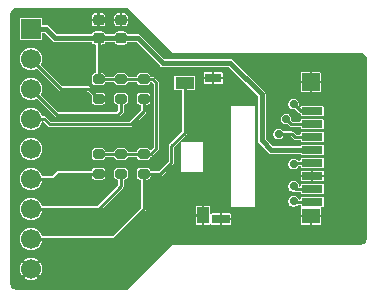
<source format=gbr>
%TF.GenerationSoftware,KiCad,Pcbnew,9.0.2+dfsg-1*%
%TF.CreationDate,2025-06-16T15:36:48+08:00*%
%TF.ProjectId,sd,73642e6b-6963-4616-945f-706362585858,d*%
%TF.SameCoordinates,Original*%
%TF.FileFunction,Copper,L1,Top*%
%TF.FilePolarity,Positive*%
%FSLAX46Y46*%
G04 Gerber Fmt 4.6, Leading zero omitted, Abs format (unit mm)*
G04 Created by KiCad (PCBNEW 9.0.2+dfsg-1) date 2025-06-16 15:36:48*
%MOMM*%
%LPD*%
G01*
G04 APERTURE LIST*
G04 Aperture macros list*
%AMRoundRect*
0 Rectangle with rounded corners*
0 $1 Rounding radius*
0 $2 $3 $4 $5 $6 $7 $8 $9 X,Y pos of 4 corners*
0 Add a 4 corners polygon primitive as box body*
4,1,4,$2,$3,$4,$5,$6,$7,$8,$9,$2,$3,0*
0 Add four circle primitives for the rounded corners*
1,1,$1+$1,$2,$3*
1,1,$1+$1,$4,$5*
1,1,$1+$1,$6,$7*
1,1,$1+$1,$8,$9*
0 Add four rect primitives between the rounded corners*
20,1,$1+$1,$2,$3,$4,$5,0*
20,1,$1+$1,$4,$5,$6,$7,0*
20,1,$1+$1,$6,$7,$8,$9,0*
20,1,$1+$1,$8,$9,$2,$3,0*%
G04 Aperture macros list end*
%TA.AperFunction,SMDPad,CuDef*%
%ADD10RoundRect,0.200000X-0.275000X0.200000X-0.275000X-0.200000X0.275000X-0.200000X0.275000X0.200000X0*%
%TD*%
%TA.AperFunction,SMDPad,CuDef*%
%ADD11R,1.750000X0.700000*%
%TD*%
%TA.AperFunction,SMDPad,CuDef*%
%ADD12R,1.000000X1.450000*%
%TD*%
%TA.AperFunction,SMDPad,CuDef*%
%ADD13R,1.550000X1.000000*%
%TD*%
%TA.AperFunction,SMDPad,CuDef*%
%ADD14R,1.500000X0.800000*%
%TD*%
%TA.AperFunction,SMDPad,CuDef*%
%ADD15R,1.500000X1.300000*%
%TD*%
%TA.AperFunction,SMDPad,CuDef*%
%ADD16R,1.500000X1.500000*%
%TD*%
%TA.AperFunction,SMDPad,CuDef*%
%ADD17R,1.400000X0.800000*%
%TD*%
%TA.AperFunction,ComponentPad*%
%ADD18R,1.700000X1.700000*%
%TD*%
%TA.AperFunction,ComponentPad*%
%ADD19C,1.700000*%
%TD*%
%TA.AperFunction,SMDPad,CuDef*%
%ADD20RoundRect,0.225000X0.250000X-0.225000X0.250000X0.225000X-0.250000X0.225000X-0.250000X-0.225000X0*%
%TD*%
%TA.AperFunction,ViaPad*%
%ADD21C,0.700000*%
%TD*%
%TA.AperFunction,Conductor*%
%ADD22C,0.228600*%
%TD*%
%TA.AperFunction,Conductor*%
%ADD23C,0.457200*%
%TD*%
G04 APERTURE END LIST*
D10*
%TO.P,R5,1*%
%TO.N,VCC*%
X155575000Y-95695000D03*
%TO.P,R5,2*%
%TO.N,/D1*%
X155575000Y-97345000D03*
%TD*%
D11*
%TO.P,J1,1,DAT2*%
%TO.N,/D2*%
X171757500Y-92055000D03*
%TO.P,J1,2,DAT3/CD*%
%TO.N,/D3*%
X171757500Y-93155000D03*
%TO.P,J1,3,CMD*%
%TO.N,/CMD*%
X171757500Y-94255000D03*
%TO.P,J1,4,VDD*%
%TO.N,VCC*%
X171757500Y-95355000D03*
%TO.P,J1,5,CLK*%
%TO.N,/CLK*%
X171757500Y-96455000D03*
%TO.P,J1,6,VSS*%
%TO.N,GND*%
X171757500Y-97555000D03*
%TO.P,J1,7,DAT0*%
%TO.N,/D0*%
X171757500Y-98655000D03*
%TO.P,J1,8,DAT1*%
%TO.N,/D1*%
X171757500Y-99755000D03*
D12*
%TO.P,J1,9,DET_B*%
%TO.N,GND*%
X162532500Y-100880000D03*
D13*
%TO.P,J1,10,DET_A*%
%TO.N,/DET*%
X160957500Y-89655000D03*
D14*
%TO.P,J1,11,SHIELD*%
%TO.N,GND*%
X164032500Y-101205000D03*
D15*
X171632500Y-100955000D03*
D16*
X171632500Y-89605000D03*
D17*
X163382500Y-89255000D03*
%TD*%
D10*
%TO.P,R1,1*%
%TO.N,VCC*%
X153670000Y-89345000D03*
%TO.P,R1,2*%
%TO.N,/D2*%
X153670000Y-90995000D03*
%TD*%
%TO.P,R2,1*%
%TO.N,VCC*%
X155575000Y-89345000D03*
%TO.P,R2,2*%
%TO.N,/D3*%
X155575000Y-90995000D03*
%TD*%
D18*
%TO.P,J2,1,Pin_1*%
%TO.N,VCC*%
X147955000Y-85090000D03*
D19*
%TO.P,J2,2,Pin_2*%
%TO.N,/D2*%
X147955000Y-87630000D03*
%TO.P,J2,3,Pin_3*%
%TO.N,/D3*%
X147955000Y-90170000D03*
%TO.P,J2,4,Pin_4*%
%TO.N,/CMD*%
X147955000Y-92710000D03*
%TO.P,J2,5,Pin_5*%
%TO.N,/CLK*%
X147955000Y-95250000D03*
%TO.P,J2,6,Pin_6*%
%TO.N,/D0*%
X147955000Y-97790000D03*
%TO.P,J2,7,Pin_7*%
%TO.N,/D1*%
X147955000Y-100330000D03*
%TO.P,J2,8,Pin_8*%
%TO.N,/DET*%
X147955000Y-102870000D03*
%TO.P,J2,9,Pin_9*%
%TO.N,GND*%
X147955000Y-105410000D03*
%TD*%
D10*
%TO.P,R6,1*%
%TO.N,VCC*%
X157480000Y-95695000D03*
%TO.P,R6,2*%
%TO.N,/DET*%
X157480000Y-97345000D03*
%TD*%
%TO.P,R4,1*%
%TO.N,VCC*%
X153670000Y-95695000D03*
%TO.P,R4,2*%
%TO.N,/D0*%
X153670000Y-97345000D03*
%TD*%
D20*
%TO.P,C1,1*%
%TO.N,VCC*%
X153670000Y-85865000D03*
%TO.P,C1,2*%
%TO.N,GND*%
X153670000Y-84315000D03*
%TD*%
D10*
%TO.P,R3,1*%
%TO.N,VCC*%
X157480000Y-89345000D03*
%TO.P,R3,2*%
%TO.N,/CMD*%
X157480000Y-90995000D03*
%TD*%
D20*
%TO.P,C2,1*%
%TO.N,VCC*%
X155575000Y-85865000D03*
%TO.P,C2,2*%
%TO.N,GND*%
X155575000Y-84315000D03*
%TD*%
D21*
%TO.N,GND*%
X168910000Y-89535000D03*
X156845000Y-105410000D03*
X156845000Y-99060000D03*
X168910000Y-102235000D03*
X170180000Y-102235000D03*
X151765000Y-86995000D03*
X150495000Y-104140000D03*
X150495000Y-88900000D03*
X151765000Y-96520000D03*
X173990000Y-98425000D03*
X155575000Y-105410000D03*
X163830000Y-99060000D03*
X150495000Y-84455000D03*
X150495000Y-96520000D03*
X151765000Y-101600000D03*
X151765000Y-84455000D03*
X150495000Y-86995000D03*
X173990000Y-90805000D03*
X153670000Y-93980000D03*
X167640000Y-102235000D03*
X168275000Y-99060000D03*
X170180000Y-89535000D03*
X154305000Y-105410000D03*
X150495000Y-91440000D03*
X150495000Y-99060000D03*
X151765000Y-104140000D03*
X173990000Y-93345000D03*
X156845000Y-84896400D03*
X151765000Y-91440000D03*
X151765000Y-88900000D03*
X151765000Y-93980000D03*
X165100000Y-90170000D03*
X150495000Y-93980000D03*
X163830000Y-95250000D03*
X163830000Y-92075000D03*
X167640000Y-89535000D03*
X159385000Y-91440000D03*
X173990000Y-100965000D03*
X159385000Y-99060000D03*
X173990000Y-95885000D03*
X168910000Y-91440000D03*
X156845000Y-86995000D03*
X155575000Y-93980000D03*
X159385000Y-93980000D03*
X150495000Y-101600000D03*
X151765000Y-99060000D03*
%TO.N,/CLK*%
X170180000Y-96520000D03*
%TO.N,/D1*%
X170180000Y-99695000D03*
%TO.N,/D3*%
X169545000Y-92710000D03*
%TO.N,/D0*%
X170180000Y-98425000D03*
%TO.N,/CMD*%
X168910000Y-93980000D03*
%TO.N,/D2*%
X170180000Y-91440000D03*
%TD*%
D22*
%TO.N,VCC*%
X153670000Y-85865000D02*
X153670000Y-89345000D01*
D23*
X156985000Y-85865000D02*
X159110000Y-87990000D01*
D22*
X157480000Y-95695000D02*
X158075000Y-95695000D01*
D23*
X167480000Y-90645000D02*
X167480000Y-94530000D01*
X155575000Y-85865000D02*
X156985000Y-85865000D01*
D22*
X158075000Y-95695000D02*
X158560000Y-95210000D01*
D23*
X159110000Y-87990000D02*
X164825000Y-87990000D01*
X168305000Y-95355000D02*
X171757500Y-95355000D01*
D22*
X158560000Y-89660000D02*
X158245000Y-89345000D01*
X158560000Y-95210000D02*
X158560000Y-89660000D01*
X153670000Y-89345000D02*
X155575000Y-89345000D01*
X158245000Y-89345000D02*
X157480000Y-89345000D01*
X153670000Y-95695000D02*
X155575000Y-95695000D01*
D23*
X167480000Y-94530000D02*
X168305000Y-95355000D01*
D22*
X155575000Y-89345000D02*
X157480000Y-89345000D01*
D23*
X153670000Y-85865000D02*
X150000000Y-85865000D01*
D22*
X155575000Y-95695000D02*
X157480000Y-95695000D01*
D23*
X164825000Y-87990000D02*
X167480000Y-90645000D01*
X147955000Y-85090000D02*
X149225000Y-85090000D01*
X153670000Y-85865000D02*
X155575000Y-85865000D01*
X150000000Y-85865000D02*
X149225000Y-85090000D01*
D22*
%TO.N,/CLK*%
X170245000Y-96455000D02*
X170180000Y-96520000D01*
X171757500Y-96455000D02*
X170245000Y-96455000D01*
%TO.N,/D1*%
X153670000Y-100330000D02*
X147955000Y-100330000D01*
X170240000Y-99755000D02*
X170180000Y-99695000D01*
X155575000Y-98425000D02*
X153670000Y-100330000D01*
X171757500Y-99755000D02*
X170240000Y-99755000D01*
X155575000Y-97345000D02*
X155575000Y-98425000D01*
%TO.N,/DET*%
X157480000Y-97345000D02*
X158905000Y-97345000D01*
X154940000Y-102870000D02*
X147955000Y-102870000D01*
X159842500Y-94982500D02*
X160957500Y-93867500D01*
X158905000Y-97345000D02*
X159842500Y-96407500D01*
X160957500Y-93867500D02*
X160957500Y-89655000D01*
X157480000Y-97345000D02*
X157480000Y-100330000D01*
X157480000Y-100330000D02*
X154940000Y-102870000D01*
X159842500Y-96407500D02*
X159842500Y-94982500D01*
%TO.N,/D3*%
X155575000Y-92075000D02*
X155575000Y-90995000D01*
X147955000Y-90170000D02*
X150152500Y-92367500D01*
X150152500Y-92367500D02*
X155282500Y-92367500D01*
X155282500Y-92367500D02*
X155575000Y-92075000D01*
X171757500Y-93155000D02*
X169990000Y-93155000D01*
X169990000Y-93155000D02*
X169545000Y-92710000D01*
%TO.N,/D0*%
X171757500Y-98655000D02*
X170410000Y-98655000D01*
X170410000Y-98655000D02*
X170180000Y-98425000D01*
X149860000Y-97790000D02*
X150305000Y-97345000D01*
X147955000Y-97790000D02*
X149860000Y-97790000D01*
X150305000Y-97345000D02*
X153670000Y-97345000D01*
%TO.N,/CMD*%
X149530000Y-93170000D02*
X156385000Y-93170000D01*
X157480000Y-92075000D02*
X157480000Y-90995000D01*
X149070000Y-92710000D02*
X149530000Y-93170000D01*
X170310000Y-94255000D02*
X171757500Y-94255000D01*
X170035000Y-93980000D02*
X170310000Y-94255000D01*
X156385000Y-93170000D02*
X157480000Y-92075000D01*
X168910000Y-93980000D02*
X170035000Y-93980000D01*
X147955000Y-92710000D02*
X149070000Y-92710000D01*
%TO.N,/D2*%
X147955000Y-87630000D02*
X150495000Y-90170000D01*
X170180000Y-91440000D02*
X170795000Y-92055000D01*
X152845000Y-90170000D02*
X153670000Y-90995000D01*
X170795000Y-92055000D02*
X171757500Y-92055000D01*
X150495000Y-90170000D02*
X152845000Y-90170000D01*
%TD*%
%TA.AperFunction,Conductor*%
%TO.N,GND*%
G36*
X156161018Y-83352252D02*
G01*
X159933387Y-87124621D01*
X159933388Y-87124621D01*
X159933390Y-87124623D01*
X159966309Y-87138258D01*
X159989586Y-87147900D01*
X159989587Y-87147900D01*
X160050414Y-87147900D01*
X175860102Y-87147900D01*
X175891787Y-87147900D01*
X175898183Y-87148319D01*
X176013381Y-87163485D01*
X176025736Y-87166796D01*
X176130091Y-87210021D01*
X176141169Y-87216417D01*
X176230781Y-87285179D01*
X176239820Y-87294218D01*
X176284727Y-87352741D01*
X176308582Y-87383830D01*
X176314978Y-87394908D01*
X176358203Y-87499263D01*
X176361514Y-87511618D01*
X176376681Y-87626817D01*
X176377100Y-87633213D01*
X176377100Y-102866786D01*
X176376681Y-102873182D01*
X176361514Y-102988381D01*
X176358203Y-103000736D01*
X176314978Y-103105091D01*
X176308582Y-103116169D01*
X176239823Y-103205778D01*
X176230778Y-103214823D01*
X176141169Y-103283582D01*
X176130091Y-103289978D01*
X176025736Y-103333203D01*
X176013381Y-103336514D01*
X175898183Y-103351681D01*
X175891787Y-103352100D01*
X159989586Y-103352100D01*
X159966309Y-103361740D01*
X159966309Y-103361741D01*
X159955336Y-103366286D01*
X159933388Y-103375377D01*
X156161018Y-107147748D01*
X156126370Y-107162100D01*
X146688213Y-107162100D01*
X146681817Y-107161681D01*
X146566618Y-107146514D01*
X146554263Y-107143203D01*
X146449908Y-107099978D01*
X146438830Y-107093582D01*
X146386216Y-107053210D01*
X146349218Y-107024820D01*
X146340179Y-107015781D01*
X146271417Y-106926169D01*
X146265021Y-106915091D01*
X146221796Y-106810736D01*
X146218485Y-106798381D01*
X146203319Y-106683182D01*
X146202900Y-106676786D01*
X146202900Y-105316427D01*
X147005000Y-105316427D01*
X147005000Y-105503572D01*
X147041505Y-105687093D01*
X147041510Y-105687112D01*
X147113119Y-105859990D01*
X147213441Y-106010135D01*
X147213442Y-106010135D01*
X147537210Y-105686366D01*
X147554901Y-105717007D01*
X147647993Y-105810099D01*
X147678631Y-105827788D01*
X147354863Y-106151556D01*
X147354863Y-106151557D01*
X147505009Y-106251880D01*
X147677887Y-106323489D01*
X147677906Y-106323494D01*
X147861427Y-106359999D01*
X147861434Y-106360000D01*
X148048566Y-106360000D01*
X148048572Y-106359999D01*
X148232093Y-106323494D01*
X148232112Y-106323489D01*
X148404990Y-106251880D01*
X148555136Y-106151556D01*
X148231367Y-105827788D01*
X148262007Y-105810099D01*
X148355099Y-105717007D01*
X148372788Y-105686367D01*
X148696556Y-106010136D01*
X148796880Y-105859990D01*
X148868489Y-105687112D01*
X148868494Y-105687093D01*
X148904999Y-105503572D01*
X148905000Y-105503565D01*
X148905000Y-105316434D01*
X148904999Y-105316427D01*
X148868494Y-105132906D01*
X148868489Y-105132887D01*
X148796880Y-104960009D01*
X148696557Y-104809863D01*
X148696556Y-104809863D01*
X148372788Y-105133631D01*
X148355099Y-105102993D01*
X148262007Y-105009901D01*
X148231366Y-104992210D01*
X148555135Y-104668442D01*
X148555135Y-104668441D01*
X148404990Y-104568119D01*
X148232112Y-104496510D01*
X148232093Y-104496505D01*
X148048572Y-104460000D01*
X147861427Y-104460000D01*
X147677906Y-104496505D01*
X147677887Y-104496510D01*
X147505005Y-104568120D01*
X147354863Y-104668441D01*
X147354863Y-104668442D01*
X147678632Y-104992211D01*
X147647993Y-105009901D01*
X147554901Y-105102993D01*
X147537211Y-105133632D01*
X147213442Y-104809863D01*
X147213441Y-104809863D01*
X147113120Y-104960005D01*
X147041510Y-105132887D01*
X147041505Y-105132906D01*
X147005000Y-105316427D01*
X146202900Y-105316427D01*
X146202900Y-102776384D01*
X147004500Y-102776384D01*
X147004500Y-102963616D01*
X147022100Y-103052098D01*
X147041026Y-103147248D01*
X147041029Y-103147258D01*
X147112675Y-103320225D01*
X147112676Y-103320227D01*
X147112678Y-103320231D01*
X147216698Y-103475908D01*
X147349092Y-103608302D01*
X147504769Y-103712322D01*
X147504774Y-103712324D01*
X147677741Y-103783970D01*
X147677743Y-103783970D01*
X147677749Y-103783973D01*
X147861384Y-103820500D01*
X147861387Y-103820500D01*
X148048613Y-103820500D01*
X148048616Y-103820500D01*
X148232251Y-103783973D01*
X148405231Y-103712322D01*
X148560908Y-103608302D01*
X148693302Y-103475908D01*
X148797322Y-103320231D01*
X148868973Y-103147251D01*
X148869744Y-103143370D01*
X148873551Y-103124240D01*
X148894387Y-103093058D01*
X148921609Y-103084800D01*
X154982724Y-103084800D01*
X154982726Y-103084800D01*
X155038551Y-103061676D01*
X155061675Y-103052098D01*
X156086098Y-102027675D01*
X156498928Y-101614845D01*
X161932501Y-101614845D01*
X161938302Y-101644018D01*
X161938304Y-101644022D01*
X161960404Y-101677097D01*
X161993480Y-101699197D01*
X162022654Y-101704999D01*
X162432499Y-101704999D01*
X162632500Y-101704999D01*
X163042345Y-101704999D01*
X163042345Y-101704998D01*
X163071518Y-101699197D01*
X163071522Y-101699195D01*
X163104596Y-101677096D01*
X163116756Y-101658896D01*
X163147937Y-101638059D01*
X163184720Y-101645374D01*
X163198241Y-101658894D01*
X163210404Y-101677097D01*
X163243480Y-101699197D01*
X163272654Y-101704999D01*
X163932499Y-101704999D01*
X164132500Y-101704999D01*
X164792345Y-101704999D01*
X164792345Y-101704998D01*
X164821518Y-101699197D01*
X164821522Y-101699195D01*
X164854597Y-101677095D01*
X164876697Y-101644019D01*
X164882500Y-101614845D01*
X170782501Y-101614845D01*
X170788302Y-101644018D01*
X170788304Y-101644022D01*
X170810404Y-101677097D01*
X170843480Y-101699197D01*
X170872654Y-101704999D01*
X171532499Y-101704999D01*
X171732500Y-101704999D01*
X172392345Y-101704999D01*
X172392345Y-101704998D01*
X172421518Y-101699197D01*
X172421522Y-101699195D01*
X172454597Y-101677095D01*
X172476697Y-101644019D01*
X172482500Y-101614845D01*
X172482500Y-101055000D01*
X171732500Y-101055000D01*
X171732500Y-101704999D01*
X171532499Y-101704999D01*
X171532500Y-101704998D01*
X171532500Y-101055000D01*
X170782501Y-101055000D01*
X170782501Y-101614845D01*
X164882500Y-101614845D01*
X164882500Y-101305000D01*
X164132500Y-101305000D01*
X164132500Y-101704999D01*
X163932499Y-101704999D01*
X163932500Y-101704998D01*
X163932500Y-101105000D01*
X164132500Y-101105000D01*
X164882499Y-101105000D01*
X164882499Y-100795155D01*
X164882498Y-100795154D01*
X164876697Y-100765981D01*
X164876695Y-100765977D01*
X164854595Y-100732902D01*
X164821519Y-100710802D01*
X164792346Y-100705000D01*
X164132500Y-100705000D01*
X164132500Y-101105000D01*
X163932500Y-101105000D01*
X163932500Y-100705000D01*
X163272655Y-100705000D01*
X163272654Y-100705001D01*
X163243481Y-100710802D01*
X163243477Y-100710804D01*
X163208722Y-100734027D01*
X163171939Y-100741343D01*
X163140757Y-100720508D01*
X163132499Y-100693285D01*
X163132499Y-100155000D01*
X164882500Y-100155000D01*
X166882500Y-100155000D01*
X166882500Y-99635688D01*
X169729500Y-99635688D01*
X169729500Y-99754311D01*
X169760200Y-99868884D01*
X169760201Y-99868887D01*
X169766484Y-99879769D01*
X169819511Y-99971613D01*
X169903387Y-100055489D01*
X170006114Y-100114799D01*
X170034758Y-100122474D01*
X170120688Y-100145500D01*
X170120691Y-100145500D01*
X170239311Y-100145500D01*
X170296597Y-100130149D01*
X170353886Y-100114799D01*
X170456613Y-100055489D01*
X170527950Y-99984152D01*
X170562598Y-99969800D01*
X170733001Y-99969800D01*
X170767649Y-99984152D01*
X170782001Y-100018800D01*
X170782001Y-100114898D01*
X170787831Y-100144212D01*
X170787831Y-100144213D01*
X170810558Y-100178228D01*
X170817873Y-100215011D01*
X170810558Y-100232672D01*
X170788302Y-100265982D01*
X170782500Y-100295154D01*
X170782500Y-100855000D01*
X172482499Y-100855000D01*
X172482499Y-100295155D01*
X172482498Y-100295154D01*
X172476314Y-100264057D01*
X172483632Y-100227275D01*
X172514815Y-100206440D01*
X172524372Y-100205499D01*
X172642398Y-100205499D01*
X172671713Y-100199669D01*
X172704957Y-100177457D01*
X172727169Y-100144213D01*
X172733000Y-100114899D01*
X172732999Y-99395102D01*
X172727169Y-99365787D01*
X172727167Y-99365784D01*
X172727167Y-99365783D01*
X172704957Y-99332543D01*
X172671712Y-99310330D01*
X172642401Y-99304500D01*
X170872605Y-99304500D01*
X170872604Y-99304500D01*
X170872602Y-99304501D01*
X170843287Y-99310331D01*
X170843286Y-99310331D01*
X170843284Y-99310332D01*
X170843283Y-99310332D01*
X170810043Y-99332542D01*
X170787830Y-99365786D01*
X170787830Y-99365787D01*
X170782000Y-99395095D01*
X170782000Y-99491200D01*
X170767648Y-99525848D01*
X170733000Y-99540200D01*
X170639109Y-99540200D01*
X170604461Y-99525848D01*
X170596674Y-99515701D01*
X170582528Y-99491200D01*
X170540489Y-99418387D01*
X170456613Y-99334511D01*
X170453203Y-99332542D01*
X170353887Y-99275201D01*
X170353884Y-99275200D01*
X170239312Y-99244500D01*
X170239309Y-99244500D01*
X170120691Y-99244500D01*
X170120688Y-99244500D01*
X170006115Y-99275200D01*
X170006112Y-99275201D01*
X169903386Y-99334511D01*
X169903386Y-99334512D01*
X169819512Y-99418386D01*
X169819511Y-99418386D01*
X169760201Y-99521112D01*
X169760200Y-99521115D01*
X169729500Y-99635688D01*
X166882500Y-99635688D01*
X166882500Y-98365688D01*
X169729500Y-98365688D01*
X169729500Y-98484311D01*
X169760200Y-98598884D01*
X169760201Y-98598887D01*
X169819511Y-98701613D01*
X169903387Y-98785489D01*
X170006114Y-98844799D01*
X170034630Y-98852440D01*
X170120688Y-98875500D01*
X170120691Y-98875500D01*
X170239310Y-98875500D01*
X170252552Y-98871951D01*
X170309299Y-98856745D01*
X170340733Y-98858806D01*
X170367269Y-98869799D01*
X170367273Y-98869799D01*
X170367274Y-98869800D01*
X170733001Y-98869800D01*
X170767649Y-98884152D01*
X170782001Y-98918800D01*
X170782001Y-99014898D01*
X170787831Y-99044213D01*
X170787831Y-99044214D01*
X170787832Y-99044215D01*
X170787832Y-99044216D01*
X170810042Y-99077456D01*
X170810043Y-99077457D01*
X170843287Y-99099669D01*
X170872601Y-99105500D01*
X172642398Y-99105499D01*
X172671713Y-99099669D01*
X172704957Y-99077457D01*
X172727169Y-99044213D01*
X172733000Y-99014899D01*
X172732999Y-98295102D01*
X172727169Y-98265787D01*
X172727167Y-98265784D01*
X172727167Y-98265783D01*
X172704957Y-98232543D01*
X172671712Y-98210330D01*
X172642401Y-98204500D01*
X170872605Y-98204500D01*
X170872604Y-98204500D01*
X170872602Y-98204501D01*
X170843287Y-98210331D01*
X170843286Y-98210331D01*
X170843284Y-98210332D01*
X170843283Y-98210332D01*
X170810043Y-98232542D01*
X170787830Y-98265786D01*
X170787830Y-98265787D01*
X170782000Y-98295095D01*
X170782000Y-98391200D01*
X170767648Y-98425848D01*
X170733000Y-98440200D01*
X170679500Y-98440200D01*
X170644852Y-98425848D01*
X170630500Y-98391200D01*
X170630500Y-98365688D01*
X170603730Y-98265784D01*
X170599799Y-98251114D01*
X170540489Y-98148387D01*
X170456613Y-98064511D01*
X170367495Y-98013058D01*
X170353887Y-98005201D01*
X170353884Y-98005200D01*
X170239312Y-97974500D01*
X170239309Y-97974500D01*
X170120691Y-97974500D01*
X170120688Y-97974500D01*
X170006115Y-98005200D01*
X170006112Y-98005201D01*
X169903386Y-98064511D01*
X169903386Y-98064512D01*
X169819512Y-98148386D01*
X169819511Y-98148386D01*
X169760201Y-98251112D01*
X169760200Y-98251115D01*
X169729500Y-98365688D01*
X166882500Y-98365688D01*
X166882500Y-97914845D01*
X170782501Y-97914845D01*
X170788302Y-97944018D01*
X170788304Y-97944022D01*
X170810404Y-97977097D01*
X170843480Y-97999197D01*
X170872654Y-98004999D01*
X171657499Y-98004999D01*
X171857500Y-98004999D01*
X172642345Y-98004999D01*
X172642345Y-98004998D01*
X172671518Y-97999197D01*
X172671522Y-97999195D01*
X172704597Y-97977095D01*
X172726697Y-97944019D01*
X172732500Y-97914845D01*
X172732500Y-97655000D01*
X171857500Y-97655000D01*
X171857500Y-98004999D01*
X171657499Y-98004999D01*
X171657500Y-98004998D01*
X171657500Y-97655000D01*
X170782501Y-97655000D01*
X170782501Y-97914845D01*
X166882500Y-97914845D01*
X166882500Y-97195154D01*
X170782500Y-97195154D01*
X170782500Y-97455000D01*
X171657500Y-97455000D01*
X171857500Y-97455000D01*
X172732499Y-97455000D01*
X172732499Y-97195155D01*
X172732498Y-97195154D01*
X172726697Y-97165981D01*
X172726695Y-97165977D01*
X172704595Y-97132902D01*
X172671519Y-97110802D01*
X172642346Y-97105000D01*
X171857500Y-97105000D01*
X171857500Y-97455000D01*
X171657500Y-97455000D01*
X171657500Y-97105000D01*
X170872655Y-97105000D01*
X170872654Y-97105001D01*
X170843481Y-97110802D01*
X170843477Y-97110804D01*
X170810402Y-97132904D01*
X170788302Y-97165980D01*
X170782500Y-97195154D01*
X166882500Y-97195154D01*
X166882500Y-96460688D01*
X169729500Y-96460688D01*
X169729500Y-96579311D01*
X169760200Y-96693884D01*
X169760201Y-96693887D01*
X169774585Y-96718800D01*
X169819511Y-96796613D01*
X169903387Y-96880489D01*
X170006114Y-96939799D01*
X170034758Y-96947474D01*
X170120688Y-96970500D01*
X170120691Y-96970500D01*
X170239311Y-96970500D01*
X170296597Y-96955149D01*
X170353886Y-96939799D01*
X170456613Y-96880489D01*
X170540489Y-96796613D01*
X170599560Y-96694300D01*
X170604813Y-96690269D01*
X170607347Y-96684152D01*
X170619165Y-96679256D01*
X170629313Y-96671470D01*
X170641995Y-96669800D01*
X170733001Y-96669800D01*
X170767649Y-96684152D01*
X170782001Y-96718800D01*
X170782001Y-96814898D01*
X170787831Y-96844213D01*
X170787831Y-96844214D01*
X170787832Y-96844215D01*
X170787832Y-96844216D01*
X170809089Y-96876029D01*
X170810043Y-96877457D01*
X170843287Y-96899669D01*
X170872601Y-96905500D01*
X172642398Y-96905499D01*
X172671713Y-96899669D01*
X172704957Y-96877457D01*
X172727169Y-96844213D01*
X172733000Y-96814899D01*
X172732999Y-96095102D01*
X172727169Y-96065787D01*
X172727167Y-96065784D01*
X172727167Y-96065783D01*
X172704957Y-96032543D01*
X172671712Y-96010330D01*
X172642401Y-96004500D01*
X170872605Y-96004500D01*
X170872604Y-96004500D01*
X170872602Y-96004501D01*
X170843287Y-96010331D01*
X170843286Y-96010331D01*
X170843284Y-96010332D01*
X170843283Y-96010332D01*
X170810043Y-96032542D01*
X170787830Y-96065786D01*
X170787830Y-96065787D01*
X170782000Y-96095095D01*
X170782000Y-96191200D01*
X170767648Y-96225848D01*
X170733000Y-96240200D01*
X170557598Y-96240200D01*
X170522950Y-96225848D01*
X170456613Y-96159511D01*
X170353887Y-96100201D01*
X170353884Y-96100200D01*
X170239312Y-96069500D01*
X170239309Y-96069500D01*
X170120691Y-96069500D01*
X170120688Y-96069500D01*
X170006115Y-96100200D01*
X170006112Y-96100201D01*
X169903386Y-96159511D01*
X169903386Y-96159512D01*
X169819512Y-96243386D01*
X169819511Y-96243386D01*
X169760201Y-96346112D01*
X169760200Y-96346115D01*
X169729500Y-96460688D01*
X166882500Y-96460688D01*
X166882500Y-91655000D01*
X164882500Y-91655000D01*
X164882500Y-100155000D01*
X163132499Y-100155000D01*
X163132499Y-100145155D01*
X163132498Y-100145154D01*
X163126697Y-100115981D01*
X163126695Y-100115977D01*
X163104595Y-100082902D01*
X163071519Y-100060802D01*
X163042346Y-100055000D01*
X162632500Y-100055000D01*
X162632500Y-101704999D01*
X162432499Y-101704999D01*
X162432500Y-101704998D01*
X162432500Y-100980000D01*
X161932501Y-100980000D01*
X161932501Y-101614845D01*
X156498928Y-101614845D01*
X157188718Y-100925056D01*
X157662095Y-100451678D01*
X157662098Y-100451675D01*
X157675643Y-100418973D01*
X157694800Y-100372726D01*
X157694800Y-100145154D01*
X161932500Y-100145154D01*
X161932500Y-100780000D01*
X162432500Y-100780000D01*
X162432500Y-100055000D01*
X162022655Y-100055000D01*
X162022654Y-100055001D01*
X161993481Y-100060802D01*
X161993477Y-100060804D01*
X161960402Y-100082904D01*
X161938302Y-100115980D01*
X161932500Y-100145154D01*
X157694800Y-100145154D01*
X157694800Y-97894498D01*
X157709152Y-97859851D01*
X157743800Y-97845499D01*
X157799858Y-97845499D01*
X157799864Y-97845499D01*
X157824991Y-97842585D01*
X157927765Y-97797206D01*
X158007206Y-97717765D01*
X158052585Y-97614991D01*
X158053958Y-97603153D01*
X158072207Y-97570390D01*
X158102632Y-97559800D01*
X158947724Y-97559800D01*
X158947726Y-97559800D01*
X159003551Y-97536676D01*
X159026675Y-97527098D01*
X159348773Y-97205000D01*
X160682500Y-97205000D01*
X162532500Y-97205000D01*
X162532500Y-94705000D01*
X160682500Y-94705000D01*
X160682500Y-97205000D01*
X159348773Y-97205000D01*
X159502076Y-97051697D01*
X160024596Y-96529178D01*
X160024596Y-96529177D01*
X160024598Y-96529175D01*
X160046096Y-96477274D01*
X160057300Y-96450226D01*
X160057300Y-95091769D01*
X160071652Y-95057121D01*
X161139596Y-93989177D01*
X161139598Y-93989175D01*
X161161096Y-93937274D01*
X161172300Y-93910226D01*
X161172300Y-90304499D01*
X161186652Y-90269851D01*
X161221300Y-90255499D01*
X161742395Y-90255499D01*
X161742398Y-90255499D01*
X161771713Y-90249669D01*
X161804957Y-90227457D01*
X161827169Y-90194213D01*
X161833000Y-90164899D01*
X161833000Y-89664845D01*
X162582501Y-89664845D01*
X162588302Y-89694018D01*
X162588304Y-89694022D01*
X162610404Y-89727097D01*
X162643480Y-89749197D01*
X162672654Y-89754999D01*
X163282499Y-89754999D01*
X163482500Y-89754999D01*
X164092345Y-89754999D01*
X164092345Y-89754998D01*
X164121518Y-89749197D01*
X164121522Y-89749195D01*
X164154597Y-89727095D01*
X164176697Y-89694019D01*
X164182500Y-89664845D01*
X164182500Y-89355000D01*
X163482500Y-89355000D01*
X163482500Y-89754999D01*
X163282499Y-89754999D01*
X163282500Y-89754998D01*
X163282500Y-89355000D01*
X162582501Y-89355000D01*
X162582501Y-89664845D01*
X161833000Y-89664845D01*
X161832999Y-89145102D01*
X161827169Y-89115787D01*
X161827167Y-89115784D01*
X161827167Y-89115783D01*
X161804957Y-89082543D01*
X161771712Y-89060330D01*
X161742401Y-89054500D01*
X160172605Y-89054500D01*
X160172604Y-89054500D01*
X160172602Y-89054501D01*
X160143287Y-89060331D01*
X160143286Y-89060331D01*
X160143284Y-89060332D01*
X160143283Y-89060332D01*
X160110043Y-89082542D01*
X160087830Y-89115786D01*
X160087830Y-89115787D01*
X160082000Y-89145095D01*
X160082000Y-90164894D01*
X160082001Y-90164898D01*
X160087831Y-90194213D01*
X160087831Y-90194214D01*
X160087832Y-90194215D01*
X160087832Y-90194216D01*
X160110042Y-90227456D01*
X160110043Y-90227457D01*
X160143287Y-90249669D01*
X160172601Y-90255500D01*
X160693700Y-90255499D01*
X160728348Y-90269851D01*
X160742700Y-90304499D01*
X160742700Y-93758231D01*
X160728348Y-93792879D01*
X159660402Y-94860824D01*
X159660402Y-94860826D01*
X159627700Y-94939772D01*
X159627700Y-96298231D01*
X159613348Y-96332879D01*
X158830379Y-97115848D01*
X158795731Y-97130200D01*
X158102631Y-97130200D01*
X158067983Y-97115848D01*
X158053957Y-97086845D01*
X158052585Y-97075009D01*
X158007206Y-96972235D01*
X158007205Y-96972234D01*
X158007205Y-96972233D01*
X157927766Y-96892794D01*
X157927767Y-96892794D01*
X157824993Y-96847415D01*
X157812428Y-96845957D01*
X157799865Y-96844500D01*
X157799863Y-96844500D01*
X157160141Y-96844500D01*
X157160131Y-96844501D01*
X157135007Y-96847415D01*
X157032233Y-96892794D01*
X156952794Y-96972233D01*
X156907415Y-97075006D01*
X156904500Y-97100134D01*
X156904500Y-97589858D01*
X156904501Y-97589868D01*
X156907415Y-97614992D01*
X156952794Y-97717766D01*
X157032233Y-97797205D01*
X157135006Y-97842584D01*
X157135009Y-97842585D01*
X157160135Y-97845500D01*
X157216200Y-97845499D01*
X157250848Y-97859850D01*
X157265200Y-97894498D01*
X157265200Y-100220731D01*
X157250848Y-100255379D01*
X154865379Y-102640848D01*
X154830731Y-102655200D01*
X148921609Y-102655200D01*
X148886961Y-102640848D01*
X148873551Y-102615760D01*
X148868975Y-102592759D01*
X148868973Y-102592751D01*
X148868973Y-102592749D01*
X148797322Y-102419769D01*
X148693302Y-102264092D01*
X148560908Y-102131698D01*
X148405231Y-102027678D01*
X148405227Y-102027676D01*
X148405225Y-102027675D01*
X148232258Y-101956029D01*
X148232248Y-101956026D01*
X148158194Y-101941296D01*
X148048616Y-101919500D01*
X147861384Y-101919500D01*
X147769986Y-101937680D01*
X147677751Y-101956026D01*
X147677741Y-101956029D01*
X147504774Y-102027675D01*
X147504770Y-102027677D01*
X147504769Y-102027678D01*
X147465195Y-102054120D01*
X147349092Y-102131697D01*
X147216697Y-102264092D01*
X147112675Y-102419774D01*
X147041029Y-102592741D01*
X147041026Y-102592751D01*
X147028605Y-102655200D01*
X147004500Y-102776384D01*
X146202900Y-102776384D01*
X146202900Y-100236384D01*
X147004500Y-100236384D01*
X147004500Y-100423616D01*
X147022100Y-100512098D01*
X147041026Y-100607248D01*
X147041029Y-100607258D01*
X147112675Y-100780225D01*
X147112676Y-100780227D01*
X147112678Y-100780231D01*
X147216698Y-100935908D01*
X147349092Y-101068302D01*
X147504769Y-101172322D01*
X147504774Y-101172324D01*
X147677741Y-101243970D01*
X147677743Y-101243970D01*
X147677749Y-101243973D01*
X147861384Y-101280500D01*
X147861387Y-101280500D01*
X148048613Y-101280500D01*
X148048616Y-101280500D01*
X148232251Y-101243973D01*
X148405231Y-101172322D01*
X148560908Y-101068302D01*
X148693302Y-100935908D01*
X148797322Y-100780231D01*
X148868973Y-100607251D01*
X148869744Y-100603370D01*
X148873551Y-100584240D01*
X148894387Y-100553058D01*
X148921609Y-100544800D01*
X153712724Y-100544800D01*
X153712726Y-100544800D01*
X153768551Y-100521676D01*
X153791675Y-100512098D01*
X154763573Y-99540200D01*
X155757096Y-98546678D01*
X155757096Y-98546676D01*
X155757098Y-98546675D01*
X155771602Y-98511658D01*
X155789800Y-98467726D01*
X155789800Y-97894498D01*
X155804152Y-97859851D01*
X155838800Y-97845499D01*
X155894858Y-97845499D01*
X155894864Y-97845499D01*
X155919991Y-97842585D01*
X156022765Y-97797206D01*
X156102206Y-97717765D01*
X156147585Y-97614991D01*
X156150500Y-97589865D01*
X156150499Y-97100136D01*
X156147585Y-97075009D01*
X156102206Y-96972235D01*
X156102205Y-96972234D01*
X156102205Y-96972233D01*
X156022766Y-96892794D01*
X156022767Y-96892794D01*
X155919993Y-96847415D01*
X155907428Y-96845957D01*
X155894865Y-96844500D01*
X155894863Y-96844500D01*
X155255141Y-96844500D01*
X155255131Y-96844501D01*
X155230007Y-96847415D01*
X155127233Y-96892794D01*
X155047794Y-96972233D01*
X155002415Y-97075006D01*
X154999500Y-97100134D01*
X154999500Y-97589858D01*
X154999501Y-97589868D01*
X155002415Y-97614992D01*
X155047794Y-97717766D01*
X155127233Y-97797205D01*
X155230006Y-97842584D01*
X155230009Y-97842585D01*
X155255135Y-97845500D01*
X155311200Y-97845499D01*
X155345848Y-97859850D01*
X155360200Y-97894498D01*
X155360200Y-98315731D01*
X155345848Y-98350379D01*
X153595379Y-100100848D01*
X153560731Y-100115200D01*
X148921609Y-100115200D01*
X148886961Y-100100848D01*
X148873551Y-100075760D01*
X148868975Y-100052759D01*
X148868973Y-100052751D01*
X148868973Y-100052749D01*
X148797322Y-99879769D01*
X148693302Y-99724092D01*
X148560908Y-99591698D01*
X148405231Y-99487678D01*
X148405227Y-99487676D01*
X148405225Y-99487675D01*
X148232258Y-99416029D01*
X148232248Y-99416026D01*
X148158194Y-99401296D01*
X148048616Y-99379500D01*
X147861384Y-99379500D01*
X147782982Y-99395095D01*
X147677751Y-99416026D01*
X147677741Y-99416029D01*
X147504774Y-99487675D01*
X147504770Y-99487677D01*
X147504769Y-99487678D01*
X147499498Y-99491200D01*
X147349092Y-99591697D01*
X147216697Y-99724092D01*
X147112675Y-99879774D01*
X147041029Y-100052741D01*
X147041026Y-100052751D01*
X147028449Y-100115981D01*
X147004500Y-100236384D01*
X146202900Y-100236384D01*
X146202900Y-97696384D01*
X147004500Y-97696384D01*
X147004500Y-97883616D01*
X147024005Y-97981674D01*
X147041026Y-98067248D01*
X147041029Y-98067258D01*
X147112675Y-98240225D01*
X147112676Y-98240227D01*
X147112678Y-98240231D01*
X147216698Y-98395908D01*
X147349092Y-98528302D01*
X147504769Y-98632322D01*
X147504774Y-98632324D01*
X147677741Y-98703970D01*
X147677743Y-98703970D01*
X147677749Y-98703973D01*
X147861384Y-98740500D01*
X147861387Y-98740500D01*
X148048613Y-98740500D01*
X148048616Y-98740500D01*
X148232251Y-98703973D01*
X148405231Y-98632322D01*
X148560908Y-98528302D01*
X148693302Y-98395908D01*
X148797322Y-98240231D01*
X148868973Y-98067251D01*
X148869744Y-98063370D01*
X148873551Y-98044240D01*
X148894387Y-98013058D01*
X148921609Y-98004800D01*
X149902724Y-98004800D01*
X149902726Y-98004800D01*
X149958551Y-97981676D01*
X149981675Y-97972098D01*
X150379621Y-97574152D01*
X150414269Y-97559800D01*
X153047369Y-97559800D01*
X153082017Y-97574152D01*
X153096042Y-97603154D01*
X153097162Y-97612817D01*
X153097415Y-97614992D01*
X153142794Y-97717766D01*
X153222233Y-97797205D01*
X153325006Y-97842584D01*
X153325009Y-97842585D01*
X153350135Y-97845500D01*
X153989864Y-97845499D01*
X154014991Y-97842585D01*
X154117765Y-97797206D01*
X154197206Y-97717765D01*
X154242585Y-97614991D01*
X154245500Y-97589865D01*
X154245499Y-97100136D01*
X154242585Y-97075009D01*
X154197206Y-96972235D01*
X154197205Y-96972234D01*
X154197205Y-96972233D01*
X154117766Y-96892794D01*
X154117767Y-96892794D01*
X154014993Y-96847415D01*
X154002428Y-96845957D01*
X153989865Y-96844500D01*
X153989863Y-96844500D01*
X153350141Y-96844500D01*
X153350131Y-96844501D01*
X153325007Y-96847415D01*
X153222233Y-96892794D01*
X153142794Y-96972233D01*
X153097415Y-97075006D01*
X153096042Y-97086846D01*
X153077793Y-97119610D01*
X153047368Y-97130200D01*
X150262274Y-97130200D01*
X150206449Y-97153321D01*
X150206450Y-97153322D01*
X150183327Y-97162901D01*
X150183322Y-97162904D01*
X149785379Y-97560848D01*
X149750731Y-97575200D01*
X148921609Y-97575200D01*
X148886961Y-97560848D01*
X148873551Y-97535760D01*
X148868975Y-97512759D01*
X148868973Y-97512751D01*
X148868973Y-97512749D01*
X148845052Y-97455000D01*
X148797324Y-97339774D01*
X148797322Y-97339769D01*
X148693302Y-97184092D01*
X148560908Y-97051698D01*
X148405231Y-96947678D01*
X148405227Y-96947676D01*
X148405225Y-96947675D01*
X148232258Y-96876029D01*
X148232248Y-96876026D01*
X148158194Y-96861296D01*
X148048616Y-96839500D01*
X147861384Y-96839500D01*
X147769986Y-96857680D01*
X147677751Y-96876026D01*
X147677741Y-96876029D01*
X147504774Y-96947675D01*
X147504770Y-96947677D01*
X147504769Y-96947678D01*
X147468020Y-96972233D01*
X147349092Y-97051697D01*
X147216697Y-97184092D01*
X147112675Y-97339774D01*
X147041029Y-97512741D01*
X147041026Y-97512751D01*
X147028813Y-97574152D01*
X147004500Y-97696384D01*
X146202900Y-97696384D01*
X146202900Y-95156384D01*
X147004500Y-95156384D01*
X147004500Y-95343616D01*
X147025688Y-95450134D01*
X147041026Y-95527248D01*
X147041029Y-95527258D01*
X147112675Y-95700225D01*
X147112676Y-95700227D01*
X147112678Y-95700231D01*
X147216698Y-95855908D01*
X147349092Y-95988302D01*
X147504769Y-96092322D01*
X147536723Y-96105557D01*
X147677741Y-96163970D01*
X147677743Y-96163970D01*
X147677749Y-96163973D01*
X147861384Y-96200500D01*
X147861387Y-96200500D01*
X148048613Y-96200500D01*
X148048616Y-96200500D01*
X148232251Y-96163973D01*
X148405231Y-96092322D01*
X148560908Y-95988302D01*
X148693302Y-95855908D01*
X148797322Y-95700231D01*
X148868973Y-95527251D01*
X148905500Y-95343616D01*
X148905500Y-95156384D01*
X148868973Y-94972749D01*
X148866089Y-94965787D01*
X148797324Y-94799774D01*
X148797322Y-94799769D01*
X148693302Y-94644092D01*
X148560908Y-94511698D01*
X148405231Y-94407678D01*
X148405227Y-94407676D01*
X148405225Y-94407675D01*
X148232258Y-94336029D01*
X148232248Y-94336026D01*
X148158194Y-94321296D01*
X148048616Y-94299500D01*
X147861384Y-94299500D01*
X147769986Y-94317680D01*
X147677751Y-94336026D01*
X147677741Y-94336029D01*
X147504774Y-94407675D01*
X147504770Y-94407677D01*
X147504769Y-94407678D01*
X147465195Y-94434120D01*
X147349092Y-94511697D01*
X147216697Y-94644092D01*
X147112675Y-94799774D01*
X147041029Y-94972741D01*
X147041026Y-94972751D01*
X147024244Y-95057121D01*
X147004500Y-95156384D01*
X146202900Y-95156384D01*
X146202900Y-92616384D01*
X147004500Y-92616384D01*
X147004500Y-92803616D01*
X147028605Y-92924800D01*
X147041026Y-92987248D01*
X147041029Y-92987258D01*
X147112675Y-93160225D01*
X147112676Y-93160227D01*
X147112678Y-93160231D01*
X147216698Y-93315908D01*
X147349092Y-93448302D01*
X147504769Y-93552322D01*
X147536723Y-93565557D01*
X147677741Y-93623970D01*
X147677743Y-93623970D01*
X147677749Y-93623973D01*
X147861384Y-93660500D01*
X147861387Y-93660500D01*
X148048613Y-93660500D01*
X148048616Y-93660500D01*
X148232251Y-93623973D01*
X148405231Y-93552322D01*
X148560908Y-93448302D01*
X148693302Y-93315908D01*
X148797322Y-93160231D01*
X148868973Y-92987251D01*
X148869744Y-92983370D01*
X148873551Y-92964240D01*
X148881491Y-92952357D01*
X148886961Y-92939152D01*
X148891598Y-92937231D01*
X148894387Y-92933058D01*
X148921609Y-92924800D01*
X148960731Y-92924800D01*
X148995379Y-92939152D01*
X149408322Y-93352096D01*
X149408323Y-93352097D01*
X149408324Y-93352097D01*
X149408325Y-93352098D01*
X149431448Y-93361676D01*
X149487274Y-93384800D01*
X149487276Y-93384800D01*
X156427724Y-93384800D01*
X156427726Y-93384800D01*
X156483551Y-93361676D01*
X156506675Y-93352098D01*
X157063678Y-92795095D01*
X157662096Y-92196678D01*
X157662096Y-92196677D01*
X157662098Y-92196675D01*
X157680313Y-92152700D01*
X157694800Y-92117726D01*
X157694800Y-91544498D01*
X157709152Y-91509851D01*
X157743800Y-91495499D01*
X157799858Y-91495499D01*
X157799864Y-91495499D01*
X157824991Y-91492585D01*
X157927765Y-91447206D01*
X158007206Y-91367765D01*
X158052585Y-91264991D01*
X158055500Y-91239865D01*
X158055499Y-90750136D01*
X158052585Y-90725009D01*
X158007206Y-90622235D01*
X158007205Y-90622234D01*
X158007205Y-90622233D01*
X157927766Y-90542794D01*
X157927767Y-90542794D01*
X157824993Y-90497415D01*
X157812428Y-90495957D01*
X157799865Y-90494500D01*
X157799863Y-90494500D01*
X157160141Y-90494500D01*
X157160131Y-90494501D01*
X157135007Y-90497415D01*
X157032233Y-90542794D01*
X156952794Y-90622233D01*
X156907415Y-90725006D01*
X156904500Y-90750134D01*
X156904500Y-91239858D01*
X156904501Y-91239868D01*
X156907415Y-91264992D01*
X156952794Y-91367766D01*
X157032233Y-91447205D01*
X157135006Y-91492584D01*
X157135009Y-91492585D01*
X157160135Y-91495500D01*
X157216200Y-91495499D01*
X157250848Y-91509850D01*
X157265200Y-91544498D01*
X157265200Y-91965731D01*
X157250848Y-92000379D01*
X156310379Y-92940848D01*
X156275731Y-92955200D01*
X149639269Y-92955200D01*
X149604621Y-92940848D01*
X149191677Y-92527903D01*
X149191675Y-92527902D01*
X149168551Y-92518323D01*
X149168550Y-92518322D01*
X149112730Y-92495201D01*
X149112727Y-92495200D01*
X149112726Y-92495200D01*
X149112724Y-92495200D01*
X148921609Y-92495200D01*
X148886961Y-92480848D01*
X148873551Y-92455760D01*
X148868975Y-92432759D01*
X148868973Y-92432751D01*
X148868973Y-92432749D01*
X148861581Y-92414904D01*
X148801477Y-92269800D01*
X148797322Y-92259769D01*
X148693302Y-92104092D01*
X148560908Y-91971698D01*
X148405231Y-91867678D01*
X148405227Y-91867676D01*
X148405225Y-91867675D01*
X148232258Y-91796029D01*
X148232248Y-91796026D01*
X148158194Y-91781296D01*
X148048616Y-91759500D01*
X147861384Y-91759500D01*
X147769986Y-91777680D01*
X147677751Y-91796026D01*
X147677741Y-91796029D01*
X147504774Y-91867675D01*
X147504770Y-91867677D01*
X147504769Y-91867678D01*
X147468324Y-91892030D01*
X147349092Y-91971697D01*
X147216697Y-92104092D01*
X147112675Y-92259774D01*
X147041029Y-92432741D01*
X147041026Y-92432751D01*
X147027716Y-92499667D01*
X147004500Y-92616384D01*
X146202900Y-92616384D01*
X146202900Y-90076384D01*
X147004500Y-90076384D01*
X147004500Y-90263616D01*
X147022100Y-90352098D01*
X147041026Y-90447248D01*
X147041029Y-90447258D01*
X147112675Y-90620225D01*
X147112676Y-90620226D01*
X147112678Y-90620231D01*
X147182686Y-90725006D01*
X147199105Y-90749579D01*
X147216698Y-90775908D01*
X147349092Y-90908302D01*
X147504769Y-91012322D01*
X147536723Y-91025557D01*
X147677741Y-91083970D01*
X147677743Y-91083970D01*
X147677749Y-91083973D01*
X147861384Y-91120500D01*
X147861387Y-91120500D01*
X148048613Y-91120500D01*
X148048616Y-91120500D01*
X148232251Y-91083973D01*
X148405231Y-91012322D01*
X148424737Y-90999287D01*
X148461517Y-90991970D01*
X148486608Y-91005381D01*
X150030822Y-92549596D01*
X150030823Y-92549597D01*
X150030824Y-92549597D01*
X150030825Y-92549598D01*
X150053948Y-92559176D01*
X150109774Y-92582300D01*
X150109776Y-92582300D01*
X155325224Y-92582300D01*
X155325226Y-92582300D01*
X155381051Y-92559176D01*
X155404175Y-92549598D01*
X155538878Y-92414895D01*
X155757096Y-92196678D01*
X155757096Y-92196676D01*
X155757098Y-92196675D01*
X155785938Y-92127049D01*
X155789800Y-92117726D01*
X155789800Y-91544498D01*
X155804152Y-91509851D01*
X155838800Y-91495499D01*
X155894858Y-91495499D01*
X155894864Y-91495499D01*
X155919991Y-91492585D01*
X156022765Y-91447206D01*
X156102206Y-91367765D01*
X156147585Y-91264991D01*
X156150500Y-91239865D01*
X156150499Y-90750136D01*
X156147585Y-90725009D01*
X156102206Y-90622235D01*
X156102205Y-90622234D01*
X156102205Y-90622233D01*
X156022766Y-90542794D01*
X156022767Y-90542794D01*
X155919993Y-90497415D01*
X155907428Y-90495957D01*
X155894865Y-90494500D01*
X155894863Y-90494500D01*
X155255141Y-90494500D01*
X155255131Y-90494501D01*
X155230007Y-90497415D01*
X155127233Y-90542794D01*
X155047794Y-90622233D01*
X155002415Y-90725006D01*
X154999500Y-90750134D01*
X154999500Y-91239858D01*
X154999501Y-91239868D01*
X155002415Y-91264992D01*
X155047794Y-91367766D01*
X155127233Y-91447205D01*
X155230006Y-91492584D01*
X155230009Y-91492585D01*
X155255135Y-91495500D01*
X155311200Y-91495499D01*
X155345848Y-91509850D01*
X155360200Y-91544498D01*
X155360200Y-91965731D01*
X155345848Y-92000379D01*
X155207879Y-92138348D01*
X155173231Y-92152700D01*
X150261769Y-92152700D01*
X150227121Y-92138348D01*
X148790381Y-90701608D01*
X148776029Y-90666960D01*
X148784286Y-90639738D01*
X148797322Y-90620231D01*
X148868973Y-90447251D01*
X148905500Y-90263616D01*
X148905500Y-90076384D01*
X148868973Y-89892749D01*
X148849401Y-89845499D01*
X148800357Y-89727097D01*
X148797322Y-89719769D01*
X148693302Y-89564092D01*
X148560908Y-89431698D01*
X148405231Y-89327678D01*
X148405227Y-89327676D01*
X148405225Y-89327675D01*
X148232258Y-89256029D01*
X148232248Y-89256026D01*
X148158194Y-89241296D01*
X148048616Y-89219500D01*
X147861384Y-89219500D01*
X147769986Y-89237680D01*
X147677751Y-89256026D01*
X147677741Y-89256029D01*
X147504774Y-89327675D01*
X147504770Y-89327677D01*
X147504769Y-89327678D01*
X147465195Y-89354120D01*
X147349092Y-89431697D01*
X147216697Y-89564092D01*
X147149377Y-89664845D01*
X147114017Y-89717766D01*
X147112675Y-89719774D01*
X147041029Y-89892741D01*
X147041026Y-89892751D01*
X147024006Y-89978322D01*
X147004500Y-90076384D01*
X146202900Y-90076384D01*
X146202900Y-87536384D01*
X147004500Y-87536384D01*
X147004500Y-87723616D01*
X147028740Y-87845479D01*
X147041026Y-87907248D01*
X147041029Y-87907258D01*
X147112675Y-88080225D01*
X147112676Y-88080226D01*
X147112678Y-88080231D01*
X147216698Y-88235908D01*
X147349092Y-88368302D01*
X147504769Y-88472322D01*
X147504774Y-88472324D01*
X147677741Y-88543970D01*
X147677743Y-88543970D01*
X147677749Y-88543973D01*
X147861384Y-88580500D01*
X147861387Y-88580500D01*
X148048613Y-88580500D01*
X148048616Y-88580500D01*
X148232251Y-88543973D01*
X148405231Y-88472322D01*
X148424737Y-88459287D01*
X148461517Y-88451970D01*
X148486608Y-88465381D01*
X150373321Y-90352095D01*
X150373324Y-90352097D01*
X150373325Y-90352098D01*
X150406025Y-90365642D01*
X150406026Y-90365643D01*
X150406027Y-90365643D01*
X150452274Y-90384800D01*
X152735731Y-90384800D01*
X152770379Y-90399152D01*
X153080535Y-90709308D01*
X153094887Y-90743956D01*
X153094563Y-90749579D01*
X153094501Y-90750109D01*
X153094500Y-90750139D01*
X153094500Y-91239858D01*
X153094501Y-91239868D01*
X153097415Y-91264992D01*
X153142794Y-91367766D01*
X153222233Y-91447205D01*
X153325006Y-91492584D01*
X153325009Y-91492585D01*
X153350135Y-91495500D01*
X153989864Y-91495499D01*
X154014991Y-91492585D01*
X154117765Y-91447206D01*
X154197206Y-91367765D01*
X154242585Y-91264991D01*
X154245500Y-91239865D01*
X154245499Y-90750136D01*
X154242585Y-90725009D01*
X154197206Y-90622235D01*
X154197205Y-90622234D01*
X154197205Y-90622233D01*
X154117766Y-90542794D01*
X154117767Y-90542794D01*
X154014993Y-90497415D01*
X153989865Y-90494500D01*
X153493569Y-90494500D01*
X153458921Y-90480148D01*
X152966677Y-89987903D01*
X152966675Y-89987902D01*
X152943551Y-89978323D01*
X152943550Y-89978322D01*
X152887730Y-89955201D01*
X152887727Y-89955200D01*
X152887726Y-89955200D01*
X152887724Y-89955200D01*
X150604269Y-89955200D01*
X150569621Y-89940848D01*
X148790381Y-88161608D01*
X148776029Y-88126960D01*
X148784286Y-88099738D01*
X148797322Y-88080231D01*
X148868973Y-87907251D01*
X148905500Y-87723616D01*
X148905500Y-87536384D01*
X148868973Y-87352749D01*
X148797322Y-87179769D01*
X148693302Y-87024092D01*
X148560908Y-86891698D01*
X148405231Y-86787678D01*
X148405227Y-86787676D01*
X148405225Y-86787675D01*
X148232258Y-86716029D01*
X148232248Y-86716026D01*
X148158194Y-86701296D01*
X148048616Y-86679500D01*
X147861384Y-86679500D01*
X147769986Y-86697680D01*
X147677751Y-86716026D01*
X147677741Y-86716029D01*
X147504774Y-86787675D01*
X147504770Y-86787677D01*
X147504769Y-86787678D01*
X147465195Y-86814120D01*
X147349092Y-86891697D01*
X147216697Y-87024092D01*
X147149527Y-87124621D01*
X147121347Y-87166796D01*
X147112675Y-87179774D01*
X147041029Y-87352741D01*
X147041026Y-87352751D01*
X147033826Y-87388950D01*
X147004500Y-87536384D01*
X146202900Y-87536384D01*
X146202900Y-84230095D01*
X147004500Y-84230095D01*
X147004500Y-85949894D01*
X147004501Y-85949898D01*
X147010331Y-85979213D01*
X147010331Y-85979214D01*
X147010332Y-85979215D01*
X147010332Y-85979216D01*
X147032542Y-86012456D01*
X147032543Y-86012457D01*
X147065787Y-86034669D01*
X147095101Y-86040500D01*
X148814898Y-86040499D01*
X148844213Y-86034669D01*
X148877457Y-86012457D01*
X148899669Y-85979213D01*
X148905500Y-85949899D01*
X148905500Y-85468100D01*
X148919852Y-85433452D01*
X148954500Y-85419100D01*
X149068386Y-85419100D01*
X149103034Y-85433452D01*
X149797928Y-86128346D01*
X149825393Y-86144203D01*
X149872969Y-86171672D01*
X149872971Y-86171672D01*
X149872972Y-86171673D01*
X149900872Y-86179149D01*
X149956671Y-86194101D01*
X149956673Y-86194101D01*
X150046325Y-86194101D01*
X150046341Y-86194100D01*
X153078177Y-86194100D01*
X153112825Y-86208452D01*
X153122586Y-86222392D01*
X153149253Y-86279579D01*
X153149254Y-86279581D01*
X153230418Y-86360745D01*
X153230420Y-86360746D01*
X153230421Y-86360747D01*
X153334455Y-86409259D01*
X153381861Y-86415500D01*
X153406199Y-86415499D01*
X153440847Y-86429849D01*
X153455200Y-86464497D01*
X153455200Y-88795500D01*
X153440848Y-88830148D01*
X153406201Y-88844500D01*
X153350140Y-88844500D01*
X153350133Y-88844501D01*
X153325007Y-88847415D01*
X153222233Y-88892794D01*
X153142794Y-88972233D01*
X153097415Y-89075006D01*
X153094500Y-89100134D01*
X153094500Y-89589858D01*
X153094501Y-89589868D01*
X153097415Y-89614992D01*
X153142794Y-89717766D01*
X153222233Y-89797205D01*
X153325006Y-89842584D01*
X153325009Y-89842585D01*
X153350135Y-89845500D01*
X153989864Y-89845499D01*
X154014991Y-89842585D01*
X154117765Y-89797206D01*
X154197206Y-89717765D01*
X154242585Y-89614991D01*
X154243958Y-89603153D01*
X154262207Y-89570390D01*
X154292632Y-89559800D01*
X154952369Y-89559800D01*
X154987017Y-89574152D01*
X155001042Y-89603154D01*
X155002162Y-89612817D01*
X155002415Y-89614992D01*
X155047794Y-89717766D01*
X155127233Y-89797205D01*
X155230006Y-89842584D01*
X155230009Y-89842585D01*
X155255135Y-89845500D01*
X155894864Y-89845499D01*
X155919991Y-89842585D01*
X156022765Y-89797206D01*
X156102206Y-89717765D01*
X156147585Y-89614991D01*
X156148958Y-89603153D01*
X156167207Y-89570390D01*
X156197632Y-89559800D01*
X156857369Y-89559800D01*
X156892017Y-89574152D01*
X156906042Y-89603154D01*
X156907162Y-89612817D01*
X156907415Y-89614992D01*
X156952794Y-89717766D01*
X157032233Y-89797205D01*
X157135006Y-89842584D01*
X157135009Y-89842585D01*
X157160135Y-89845500D01*
X157799864Y-89845499D01*
X157824991Y-89842585D01*
X157927765Y-89797206D01*
X158007206Y-89717765D01*
X158052585Y-89614991D01*
X158053958Y-89603153D01*
X158061810Y-89589055D01*
X158067984Y-89574152D01*
X158070749Y-89573006D01*
X158072207Y-89570390D01*
X158102632Y-89559800D01*
X158135731Y-89559800D01*
X158170379Y-89574152D01*
X158330848Y-89734621D01*
X158345200Y-89769269D01*
X158345200Y-95100730D01*
X158330848Y-95135378D01*
X158099683Y-95366542D01*
X158065035Y-95380894D01*
X158030387Y-95366542D01*
X158020210Y-95351686D01*
X158007205Y-95322233D01*
X157927766Y-95242794D01*
X157927767Y-95242794D01*
X157824993Y-95197415D01*
X157812428Y-95195957D01*
X157799865Y-95194500D01*
X157799863Y-95194500D01*
X157160141Y-95194500D01*
X157160131Y-95194501D01*
X157135007Y-95197415D01*
X157032233Y-95242794D01*
X156952794Y-95322233D01*
X156907415Y-95425006D01*
X156906042Y-95436846D01*
X156887793Y-95469610D01*
X156857368Y-95480200D01*
X156197631Y-95480200D01*
X156162983Y-95465848D01*
X156148957Y-95436845D01*
X156147585Y-95425009D01*
X156102206Y-95322235D01*
X156102205Y-95322234D01*
X156102205Y-95322233D01*
X156022766Y-95242794D01*
X156022767Y-95242794D01*
X155919993Y-95197415D01*
X155907428Y-95195957D01*
X155894865Y-95194500D01*
X155894863Y-95194500D01*
X155255141Y-95194500D01*
X155255131Y-95194501D01*
X155230007Y-95197415D01*
X155127233Y-95242794D01*
X155047794Y-95322233D01*
X155002415Y-95425006D01*
X155001042Y-95436846D01*
X154982793Y-95469610D01*
X154952368Y-95480200D01*
X154292631Y-95480200D01*
X154257983Y-95465848D01*
X154243957Y-95436845D01*
X154242585Y-95425009D01*
X154197206Y-95322235D01*
X154197205Y-95322234D01*
X154197205Y-95322233D01*
X154117766Y-95242794D01*
X154117767Y-95242794D01*
X154014993Y-95197415D01*
X154002428Y-95195957D01*
X153989865Y-95194500D01*
X153989863Y-95194500D01*
X153350141Y-95194500D01*
X153350131Y-95194501D01*
X153325007Y-95197415D01*
X153222233Y-95242794D01*
X153142794Y-95322233D01*
X153097415Y-95425006D01*
X153094500Y-95450134D01*
X153094500Y-95939858D01*
X153094501Y-95939868D01*
X153097415Y-95964992D01*
X153142794Y-96067766D01*
X153222233Y-96147205D01*
X153325006Y-96192584D01*
X153325009Y-96192585D01*
X153350135Y-96195500D01*
X153989864Y-96195499D01*
X154014991Y-96192585D01*
X154117765Y-96147206D01*
X154197206Y-96067765D01*
X154242585Y-95964991D01*
X154243958Y-95953153D01*
X154262207Y-95920390D01*
X154292632Y-95909800D01*
X154952369Y-95909800D01*
X154987017Y-95924152D01*
X155001042Y-95953154D01*
X155002162Y-95962817D01*
X155002415Y-95964992D01*
X155047794Y-96067766D01*
X155127233Y-96147205D01*
X155230006Y-96192584D01*
X155230009Y-96192585D01*
X155255135Y-96195500D01*
X155894864Y-96195499D01*
X155919991Y-96192585D01*
X156022765Y-96147206D01*
X156102206Y-96067765D01*
X156147585Y-95964991D01*
X156148958Y-95953153D01*
X156167207Y-95920390D01*
X156197632Y-95909800D01*
X156857369Y-95909800D01*
X156892017Y-95924152D01*
X156906042Y-95953154D01*
X156907162Y-95962817D01*
X156907415Y-95964992D01*
X156952794Y-96067766D01*
X157032233Y-96147205D01*
X157135006Y-96192584D01*
X157135009Y-96192585D01*
X157160135Y-96195500D01*
X157799864Y-96195499D01*
X157824991Y-96192585D01*
X157927765Y-96147206D01*
X158007206Y-96067765D01*
X158052585Y-95964991D01*
X158053958Y-95953153D01*
X158072207Y-95920390D01*
X158088574Y-95911860D01*
X158095452Y-95909800D01*
X158117726Y-95909800D01*
X158173551Y-95886676D01*
X158196675Y-95877098D01*
X158455428Y-95618345D01*
X158742097Y-95331677D01*
X158742097Y-95331676D01*
X158742099Y-95331674D01*
X158774800Y-95252726D01*
X158774800Y-95167273D01*
X158774800Y-89617274D01*
X158742098Y-89538326D01*
X158742098Y-89538325D01*
X158558773Y-89355000D01*
X158366677Y-89162903D01*
X158366675Y-89162902D01*
X158343551Y-89153323D01*
X158343550Y-89153322D01*
X158287730Y-89130201D01*
X158287727Y-89130200D01*
X158287726Y-89130200D01*
X158287724Y-89130200D01*
X158102631Y-89130200D01*
X158067983Y-89115848D01*
X158053957Y-89086845D01*
X158052585Y-89075009D01*
X158007206Y-88972235D01*
X158007205Y-88972234D01*
X158007205Y-88972233D01*
X157927766Y-88892794D01*
X157927767Y-88892794D01*
X157915932Y-88887569D01*
X157824993Y-88847415D01*
X157812428Y-88845957D01*
X157805504Y-88845154D01*
X162582500Y-88845154D01*
X162582500Y-89155000D01*
X163282500Y-89155000D01*
X163482500Y-89155000D01*
X164182499Y-89155000D01*
X164182499Y-88845155D01*
X164182498Y-88845154D01*
X164176697Y-88815981D01*
X164176695Y-88815977D01*
X164154595Y-88782902D01*
X164121519Y-88760802D01*
X164092346Y-88755000D01*
X163482500Y-88755000D01*
X163482500Y-89155000D01*
X163282500Y-89155000D01*
X163282500Y-88755000D01*
X162672655Y-88755000D01*
X162672654Y-88755001D01*
X162643481Y-88760802D01*
X162643477Y-88760804D01*
X162610402Y-88782904D01*
X162588302Y-88815980D01*
X162582500Y-88845154D01*
X157805504Y-88845154D01*
X157799865Y-88844500D01*
X157799863Y-88844500D01*
X157160141Y-88844500D01*
X157160131Y-88844501D01*
X157135007Y-88847415D01*
X157032233Y-88892794D01*
X156952794Y-88972233D01*
X156907415Y-89075006D01*
X156906042Y-89086846D01*
X156887793Y-89119610D01*
X156857368Y-89130200D01*
X156197631Y-89130200D01*
X156162983Y-89115848D01*
X156148957Y-89086845D01*
X156147585Y-89075009D01*
X156102206Y-88972235D01*
X156102205Y-88972234D01*
X156102205Y-88972233D01*
X156022766Y-88892794D01*
X156022767Y-88892794D01*
X155919993Y-88847415D01*
X155907428Y-88845957D01*
X155894865Y-88844500D01*
X155894863Y-88844500D01*
X155255141Y-88844500D01*
X155255131Y-88844501D01*
X155230007Y-88847415D01*
X155127233Y-88892794D01*
X155047794Y-88972233D01*
X155002415Y-89075006D01*
X155001042Y-89086846D01*
X154982793Y-89119610D01*
X154952368Y-89130200D01*
X154292631Y-89130200D01*
X154257983Y-89115848D01*
X154243957Y-89086845D01*
X154242585Y-89075009D01*
X154197206Y-88972235D01*
X154197205Y-88972234D01*
X154197205Y-88972233D01*
X154117766Y-88892794D01*
X154117767Y-88892794D01*
X154014993Y-88847415D01*
X153989865Y-88844500D01*
X153933800Y-88844500D01*
X153899152Y-88830148D01*
X153884800Y-88795500D01*
X153884800Y-86464499D01*
X153899152Y-86429851D01*
X153933800Y-86415499D01*
X153958133Y-86415499D01*
X153958138Y-86415499D01*
X154005545Y-86409259D01*
X154109579Y-86360747D01*
X154190747Y-86279579D01*
X154217414Y-86222391D01*
X154245064Y-86197055D01*
X154261823Y-86194100D01*
X154983177Y-86194100D01*
X155017825Y-86208452D01*
X155027586Y-86222392D01*
X155054253Y-86279579D01*
X155054254Y-86279581D01*
X155135418Y-86360745D01*
X155135420Y-86360746D01*
X155135421Y-86360747D01*
X155239455Y-86409259D01*
X155286861Y-86415500D01*
X155863138Y-86415499D01*
X155910545Y-86409259D01*
X156014579Y-86360747D01*
X156095747Y-86279579D01*
X156122414Y-86222391D01*
X156150064Y-86197055D01*
X156166823Y-86194100D01*
X156828386Y-86194100D01*
X156863034Y-86208452D01*
X158846654Y-88192072D01*
X158907928Y-88253346D01*
X158962861Y-88285062D01*
X158982970Y-88296672D01*
X158982972Y-88296673D01*
X159066669Y-88319099D01*
X159066670Y-88319100D01*
X159066673Y-88319100D01*
X164668386Y-88319100D01*
X164703034Y-88333452D01*
X167136548Y-90766966D01*
X167150900Y-90801614D01*
X167150900Y-94573330D01*
X167173326Y-94657027D01*
X167173327Y-94657029D01*
X167216654Y-94732072D01*
X168102928Y-95618346D01*
X168157861Y-95650062D01*
X168177970Y-95661672D01*
X168177972Y-95661673D01*
X168261669Y-95684099D01*
X168261670Y-95684100D01*
X168261673Y-95684100D01*
X168348327Y-95684100D01*
X170735662Y-95684100D01*
X170770310Y-95698452D01*
X170783719Y-95723540D01*
X170786952Y-95739796D01*
X170787831Y-95744214D01*
X170787832Y-95744216D01*
X170810042Y-95777456D01*
X170810043Y-95777457D01*
X170843287Y-95799669D01*
X170872601Y-95805500D01*
X172642398Y-95805499D01*
X172671713Y-95799669D01*
X172704957Y-95777457D01*
X172727169Y-95744213D01*
X172733000Y-95714899D01*
X172732999Y-94995102D01*
X172727169Y-94965787D01*
X172727167Y-94965784D01*
X172727167Y-94965783D01*
X172704957Y-94932543D01*
X172671712Y-94910330D01*
X172642401Y-94904500D01*
X170872605Y-94904500D01*
X170872604Y-94904500D01*
X170872602Y-94904501D01*
X170843287Y-94910331D01*
X170843286Y-94910331D01*
X170843284Y-94910332D01*
X170843283Y-94910332D01*
X170810043Y-94932542D01*
X170787830Y-94965786D01*
X170783718Y-94986460D01*
X170762882Y-95017642D01*
X170735660Y-95025900D01*
X168461614Y-95025900D01*
X168426966Y-95011548D01*
X167823452Y-94408034D01*
X167809100Y-94373386D01*
X167809100Y-93920688D01*
X168459500Y-93920688D01*
X168459500Y-94039311D01*
X168490200Y-94153884D01*
X168490201Y-94153887D01*
X168549511Y-94256613D01*
X168633387Y-94340489D01*
X168736114Y-94399799D01*
X168764758Y-94407474D01*
X168850688Y-94430500D01*
X168850691Y-94430500D01*
X168969311Y-94430500D01*
X169026597Y-94415149D01*
X169083886Y-94399799D01*
X169186613Y-94340489D01*
X169270489Y-94256613D01*
X169292032Y-94219298D01*
X169321786Y-94196469D01*
X169334467Y-94194800D01*
X169925731Y-94194800D01*
X169960379Y-94209152D01*
X170188321Y-94437096D01*
X170188324Y-94437098D01*
X170188325Y-94437099D01*
X170234570Y-94456253D01*
X170234571Y-94456254D01*
X170234572Y-94456254D01*
X170267274Y-94469800D01*
X170733001Y-94469800D01*
X170767649Y-94484152D01*
X170782001Y-94518800D01*
X170782001Y-94614898D01*
X170787831Y-94644213D01*
X170787831Y-94644214D01*
X170787832Y-94644215D01*
X170787832Y-94644216D01*
X170810042Y-94677456D01*
X170810043Y-94677457D01*
X170843287Y-94699669D01*
X170872601Y-94705500D01*
X172642398Y-94705499D01*
X172671713Y-94699669D01*
X172704957Y-94677457D01*
X172727169Y-94644213D01*
X172733000Y-94614899D01*
X172732999Y-93895102D01*
X172727169Y-93865787D01*
X172727167Y-93865784D01*
X172727167Y-93865783D01*
X172704957Y-93832543D01*
X172671712Y-93810330D01*
X172642401Y-93804500D01*
X170872605Y-93804500D01*
X170872604Y-93804500D01*
X170872602Y-93804501D01*
X170843287Y-93810331D01*
X170843286Y-93810331D01*
X170843284Y-93810332D01*
X170843283Y-93810332D01*
X170810043Y-93832542D01*
X170787830Y-93865786D01*
X170787830Y-93865787D01*
X170782000Y-93895095D01*
X170782000Y-93991200D01*
X170767648Y-94025848D01*
X170733000Y-94040200D01*
X170419270Y-94040200D01*
X170384622Y-94025848D01*
X170156677Y-93797903D01*
X170144549Y-93792879D01*
X170133551Y-93788323D01*
X170133550Y-93788322D01*
X170077730Y-93765201D01*
X170077727Y-93765200D01*
X170077726Y-93765200D01*
X170077724Y-93765200D01*
X169334467Y-93765200D01*
X169299819Y-93750848D01*
X169292032Y-93740701D01*
X169270489Y-93703387D01*
X169186613Y-93619511D01*
X169083887Y-93560201D01*
X169083884Y-93560200D01*
X168969312Y-93529500D01*
X168969309Y-93529500D01*
X168850691Y-93529500D01*
X168850688Y-93529500D01*
X168736115Y-93560200D01*
X168736112Y-93560201D01*
X168633386Y-93619511D01*
X168633386Y-93619512D01*
X168549512Y-93703386D01*
X168549511Y-93703386D01*
X168490201Y-93806112D01*
X168490200Y-93806115D01*
X168459500Y-93920688D01*
X167809100Y-93920688D01*
X167809100Y-92650688D01*
X169094500Y-92650688D01*
X169094500Y-92769311D01*
X169125200Y-92883884D01*
X169125201Y-92883887D01*
X169171594Y-92964240D01*
X169184511Y-92986613D01*
X169268387Y-93070489D01*
X169371114Y-93129799D01*
X169399758Y-93137474D01*
X169485688Y-93160500D01*
X169485691Y-93160500D01*
X169604311Y-93160500D01*
X169626929Y-93154438D01*
X169645927Y-93149348D01*
X169683108Y-93154242D01*
X169693257Y-93162030D01*
X169868322Y-93337096D01*
X169868323Y-93337097D01*
X169868324Y-93337097D01*
X169868325Y-93337098D01*
X169891448Y-93346676D01*
X169947274Y-93369800D01*
X170733001Y-93369800D01*
X170767649Y-93384152D01*
X170782001Y-93418800D01*
X170782001Y-93514898D01*
X170787831Y-93544213D01*
X170787831Y-93544214D01*
X170787832Y-93544215D01*
X170787832Y-93544216D01*
X170798513Y-93560201D01*
X170810043Y-93577457D01*
X170843287Y-93599669D01*
X170872601Y-93605500D01*
X172642398Y-93605499D01*
X172671713Y-93599669D01*
X172704957Y-93577457D01*
X172727169Y-93544213D01*
X172733000Y-93514899D01*
X172732999Y-92795102D01*
X172727169Y-92765787D01*
X172727167Y-92765784D01*
X172727167Y-92765783D01*
X172704957Y-92732543D01*
X172671712Y-92710330D01*
X172642401Y-92704500D01*
X170872605Y-92704500D01*
X170872604Y-92704500D01*
X170872602Y-92704501D01*
X170843287Y-92710331D01*
X170843286Y-92710331D01*
X170843284Y-92710332D01*
X170843283Y-92710332D01*
X170810043Y-92732542D01*
X170787830Y-92765786D01*
X170787830Y-92765787D01*
X170782000Y-92795095D01*
X170782000Y-92891200D01*
X170767648Y-92925848D01*
X170733000Y-92940200D01*
X170099269Y-92940200D01*
X170064621Y-92925848D01*
X169997030Y-92858257D01*
X169982678Y-92823609D01*
X169984348Y-92810926D01*
X169988589Y-92795102D01*
X169991338Y-92784840D01*
X169995500Y-92769310D01*
X169995500Y-92650688D01*
X169968412Y-92549597D01*
X169964799Y-92536114D01*
X169905489Y-92433387D01*
X169821613Y-92349511D01*
X169761586Y-92314854D01*
X169718887Y-92290201D01*
X169718884Y-92290200D01*
X169604312Y-92259500D01*
X169604309Y-92259500D01*
X169485691Y-92259500D01*
X169485688Y-92259500D01*
X169371115Y-92290200D01*
X169371112Y-92290201D01*
X169268386Y-92349511D01*
X169268386Y-92349512D01*
X169184512Y-92433386D01*
X169184511Y-92433386D01*
X169125201Y-92536112D01*
X169125200Y-92536115D01*
X169094500Y-92650688D01*
X167809100Y-92650688D01*
X167809100Y-91380688D01*
X169729500Y-91380688D01*
X169729500Y-91499311D01*
X169760200Y-91613884D01*
X169760201Y-91613887D01*
X169807093Y-91695104D01*
X169819511Y-91716613D01*
X169903387Y-91800489D01*
X170006114Y-91859799D01*
X170034758Y-91867474D01*
X170120688Y-91890500D01*
X170120691Y-91890500D01*
X170239311Y-91890500D01*
X170261929Y-91884438D01*
X170280927Y-91879348D01*
X170318108Y-91884242D01*
X170328257Y-91892030D01*
X170673322Y-92237096D01*
X170673324Y-92237097D01*
X170673325Y-92237098D01*
X170694394Y-92245825D01*
X170751753Y-92269584D01*
X170778271Y-92296103D01*
X170782001Y-92314854D01*
X170782001Y-92414898D01*
X170787831Y-92444213D01*
X170787831Y-92444214D01*
X170787832Y-92444215D01*
X170787832Y-92444216D01*
X170810042Y-92477456D01*
X170810043Y-92477457D01*
X170843287Y-92499669D01*
X170872601Y-92505500D01*
X172642398Y-92505499D01*
X172671713Y-92499669D01*
X172704957Y-92477457D01*
X172727169Y-92444213D01*
X172733000Y-92414899D01*
X172732999Y-91695102D01*
X172727169Y-91665787D01*
X172727167Y-91665784D01*
X172727167Y-91665783D01*
X172704957Y-91632543D01*
X172671712Y-91610330D01*
X172642401Y-91604500D01*
X170872605Y-91604500D01*
X170872604Y-91604500D01*
X170872602Y-91604501D01*
X170843287Y-91610331D01*
X170843286Y-91610331D01*
X170843284Y-91610332D01*
X170843283Y-91610332D01*
X170810043Y-91632542D01*
X170810042Y-91632543D01*
X170789649Y-91663063D01*
X170758466Y-91683898D01*
X170721684Y-91676580D01*
X170714260Y-91670487D01*
X170632030Y-91588257D01*
X170617678Y-91553609D01*
X170619348Y-91540926D01*
X170630500Y-91499310D01*
X170630500Y-91380688D01*
X170599799Y-91266115D01*
X170599798Y-91266112D01*
X170540488Y-91163386D01*
X170456613Y-91079511D01*
X170353887Y-91020201D01*
X170353884Y-91020200D01*
X170239312Y-90989500D01*
X170239309Y-90989500D01*
X170120691Y-90989500D01*
X170120688Y-90989500D01*
X170006115Y-91020200D01*
X170006112Y-91020201D01*
X169903386Y-91079511D01*
X169903386Y-91079512D01*
X169819512Y-91163386D01*
X169819511Y-91163386D01*
X169760201Y-91266112D01*
X169760200Y-91266115D01*
X169729500Y-91380688D01*
X167809100Y-91380688D01*
X167809100Y-90601670D01*
X167809099Y-90601669D01*
X167786673Y-90517972D01*
X167786672Y-90517970D01*
X167750315Y-90454999D01*
X167743346Y-90442928D01*
X167682072Y-90381654D01*
X167665263Y-90364845D01*
X170782501Y-90364845D01*
X170788302Y-90394018D01*
X170788304Y-90394022D01*
X170810404Y-90427097D01*
X170843480Y-90449197D01*
X170872654Y-90454999D01*
X171532499Y-90454999D01*
X171732500Y-90454999D01*
X172392345Y-90454999D01*
X172392345Y-90454998D01*
X172421518Y-90449197D01*
X172421522Y-90449195D01*
X172454597Y-90427095D01*
X172476697Y-90394019D01*
X172482500Y-90364845D01*
X172482500Y-89705000D01*
X171732500Y-89705000D01*
X171732500Y-90454999D01*
X171532499Y-90454999D01*
X171532500Y-90454998D01*
X171532500Y-89705000D01*
X170782501Y-89705000D01*
X170782501Y-90364845D01*
X167665263Y-90364845D01*
X166145572Y-88845154D01*
X170782500Y-88845154D01*
X170782500Y-89505000D01*
X171532500Y-89505000D01*
X171732500Y-89505000D01*
X172482499Y-89505000D01*
X172482499Y-88845155D01*
X172482498Y-88845154D01*
X172476697Y-88815981D01*
X172476695Y-88815977D01*
X172454595Y-88782902D01*
X172421519Y-88760802D01*
X172392346Y-88755000D01*
X171732500Y-88755000D01*
X171732500Y-89505000D01*
X171532500Y-89505000D01*
X171532500Y-88755000D01*
X170872655Y-88755000D01*
X170872654Y-88755001D01*
X170843481Y-88760802D01*
X170843477Y-88760804D01*
X170810402Y-88782904D01*
X170788302Y-88815980D01*
X170782500Y-88845154D01*
X166145572Y-88845154D01*
X165027072Y-87726654D01*
X165021803Y-87723612D01*
X164952029Y-87683327D01*
X164952027Y-87683326D01*
X164868330Y-87660900D01*
X164868327Y-87660900D01*
X159266614Y-87660900D01*
X159231966Y-87646548D01*
X157187072Y-85601654D01*
X157112029Y-85558327D01*
X157112027Y-85558326D01*
X157028330Y-85535900D01*
X157028327Y-85535900D01*
X156166823Y-85535900D01*
X156132175Y-85521548D01*
X156122414Y-85507608D01*
X156103991Y-85468100D01*
X156095747Y-85450421D01*
X156095746Y-85450420D01*
X156095745Y-85450418D01*
X156014581Y-85369254D01*
X156014579Y-85369253D01*
X155910547Y-85320742D01*
X155910546Y-85320741D01*
X155901063Y-85319492D01*
X155863139Y-85314500D01*
X155863135Y-85314500D01*
X155286867Y-85314500D01*
X155286861Y-85314501D01*
X155239454Y-85320740D01*
X155135420Y-85369253D01*
X155135418Y-85369254D01*
X155054254Y-85450418D01*
X155054253Y-85450420D01*
X155027586Y-85507608D01*
X154999936Y-85532945D01*
X154983177Y-85535900D01*
X154261823Y-85535900D01*
X154227175Y-85521548D01*
X154217414Y-85507608D01*
X154198991Y-85468100D01*
X154190747Y-85450421D01*
X154190746Y-85450420D01*
X154190745Y-85450418D01*
X154109581Y-85369254D01*
X154109579Y-85369253D01*
X154005547Y-85320742D01*
X154005546Y-85320741D01*
X153996063Y-85319492D01*
X153958139Y-85314500D01*
X153958135Y-85314500D01*
X153381867Y-85314500D01*
X153381861Y-85314501D01*
X153334454Y-85320740D01*
X153230420Y-85369253D01*
X153230418Y-85369254D01*
X153149254Y-85450418D01*
X153149253Y-85450420D01*
X153122586Y-85507608D01*
X153094936Y-85532945D01*
X153078177Y-85535900D01*
X150156614Y-85535900D01*
X150121966Y-85521548D01*
X149427072Y-84826654D01*
X149352029Y-84783327D01*
X149352027Y-84783326D01*
X149268330Y-84760900D01*
X149268327Y-84760900D01*
X148954499Y-84760900D01*
X148919851Y-84746548D01*
X148905499Y-84711900D01*
X148905499Y-84578085D01*
X153095001Y-84578085D01*
X153101230Y-84625414D01*
X153149668Y-84729288D01*
X153149669Y-84729290D01*
X153230709Y-84810330D01*
X153230711Y-84810331D01*
X153334584Y-84858768D01*
X153381918Y-84864999D01*
X153569999Y-84864999D01*
X153770000Y-84864999D01*
X153958080Y-84864999D01*
X153958085Y-84864998D01*
X154005414Y-84858769D01*
X154109288Y-84810331D01*
X154109290Y-84810330D01*
X154190330Y-84729290D01*
X154190331Y-84729288D01*
X154238768Y-84625415D01*
X154244999Y-84578085D01*
X155000001Y-84578085D01*
X155006230Y-84625414D01*
X155054668Y-84729288D01*
X155054669Y-84729290D01*
X155135709Y-84810330D01*
X155135711Y-84810331D01*
X155239584Y-84858768D01*
X155286918Y-84864999D01*
X155474999Y-84864999D01*
X155675000Y-84864999D01*
X155863080Y-84864999D01*
X155863085Y-84864998D01*
X155910414Y-84858769D01*
X156014288Y-84810331D01*
X156014290Y-84810330D01*
X156095330Y-84729290D01*
X156095331Y-84729288D01*
X156143768Y-84625415D01*
X156150000Y-84578081D01*
X156150000Y-84415000D01*
X155675000Y-84415000D01*
X155675000Y-84864999D01*
X155474999Y-84864999D01*
X155475000Y-84864998D01*
X155475000Y-84415000D01*
X155000001Y-84415000D01*
X155000001Y-84578085D01*
X154244999Y-84578085D01*
X154245000Y-84578081D01*
X154245000Y-84415000D01*
X153770000Y-84415000D01*
X153770000Y-84864999D01*
X153569999Y-84864999D01*
X153570000Y-84864998D01*
X153570000Y-84415000D01*
X153095001Y-84415000D01*
X153095001Y-84578085D01*
X148905499Y-84578085D01*
X148905499Y-84230105D01*
X148905499Y-84230102D01*
X148899669Y-84200787D01*
X148899667Y-84200784D01*
X148899667Y-84200783D01*
X148877457Y-84167543D01*
X148844212Y-84145330D01*
X148814901Y-84139500D01*
X147095105Y-84139500D01*
X147095104Y-84139500D01*
X147095102Y-84139501D01*
X147065787Y-84145331D01*
X147065786Y-84145331D01*
X147065784Y-84145332D01*
X147065783Y-84145332D01*
X147032543Y-84167542D01*
X147010330Y-84200786D01*
X147010330Y-84200787D01*
X147004500Y-84230095D01*
X146202900Y-84230095D01*
X146202900Y-84051918D01*
X153095000Y-84051918D01*
X153095000Y-84215000D01*
X153570000Y-84215000D01*
X153770000Y-84215000D01*
X154244999Y-84215000D01*
X154244999Y-84051920D01*
X154244999Y-84051918D01*
X155000000Y-84051918D01*
X155000000Y-84215000D01*
X155475000Y-84215000D01*
X155675000Y-84215000D01*
X156149999Y-84215000D01*
X156149999Y-84051919D01*
X156149998Y-84051914D01*
X156143769Y-84004585D01*
X156095331Y-83900711D01*
X156095330Y-83900709D01*
X156014290Y-83819669D01*
X156014288Y-83819668D01*
X155910415Y-83771231D01*
X155863081Y-83765000D01*
X155675000Y-83765000D01*
X155675000Y-84215000D01*
X155475000Y-84215000D01*
X155475000Y-83765000D01*
X155286919Y-83765000D01*
X155286914Y-83765001D01*
X155239585Y-83771230D01*
X155135711Y-83819668D01*
X155135709Y-83819669D01*
X155054669Y-83900709D01*
X155054668Y-83900711D01*
X155006231Y-84004584D01*
X155000000Y-84051918D01*
X154244999Y-84051918D01*
X154244998Y-84051914D01*
X154238769Y-84004585D01*
X154190331Y-83900711D01*
X154190330Y-83900709D01*
X154109290Y-83819669D01*
X154109288Y-83819668D01*
X154005415Y-83771231D01*
X153958081Y-83765000D01*
X153770000Y-83765000D01*
X153770000Y-84215000D01*
X153570000Y-84215000D01*
X153570000Y-83765000D01*
X153381919Y-83765000D01*
X153381914Y-83765001D01*
X153334585Y-83771230D01*
X153230711Y-83819668D01*
X153230709Y-83819669D01*
X153149669Y-83900709D01*
X153149668Y-83900711D01*
X153101231Y-84004584D01*
X153095000Y-84051918D01*
X146202900Y-84051918D01*
X146202900Y-83823213D01*
X146203319Y-83816817D01*
X146218485Y-83701618D01*
X146221796Y-83689263D01*
X146265021Y-83584908D01*
X146271414Y-83573833D01*
X146340182Y-83484214D01*
X146349214Y-83475182D01*
X146438833Y-83406414D01*
X146449908Y-83400021D01*
X146554263Y-83356796D01*
X146566617Y-83353485D01*
X146681817Y-83338318D01*
X146688213Y-83337900D01*
X146719898Y-83337900D01*
X156126370Y-83337900D01*
X156161018Y-83352252D01*
G37*
%TD.AperFunction*%
%TD*%
M02*

</source>
